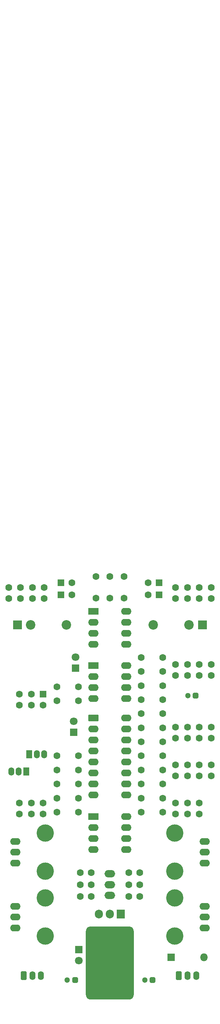
<source format=gbr>
%TF.GenerationSoftware,KiCad,Pcbnew,9.0.2*%
%TF.CreationDate,2025-07-31T20:58:52+10:00*%
%TF.ProjectId,Chorus,43686f72-7573-42e6-9b69-6361645f7063,1-0*%
%TF.SameCoordinates,Original*%
%TF.FileFunction,Soldermask,Top*%
%TF.FilePolarity,Negative*%
%FSLAX46Y46*%
G04 Gerber Fmt 4.6, Leading zero omitted, Abs format (unit mm)*
G04 Created by KiCad (PCBNEW 9.0.2) date 2025-07-31 20:58:52*
%MOMM*%
%LPD*%
G01*
G04 APERTURE LIST*
G04 Aperture macros list*
%AMRoundRect*
0 Rectangle with rounded corners*
0 $1 Rounding radius*
0 $2 $3 $4 $5 $6 $7 $8 $9 X,Y pos of 4 corners*
0 Add a 4 corners polygon primitive as box body*
4,1,4,$2,$3,$4,$5,$6,$7,$8,$9,$2,$3,0*
0 Add four circle primitives for the rounded corners*
1,1,$1+$1,$2,$3*
1,1,$1+$1,$4,$5*
1,1,$1+$1,$6,$7*
1,1,$1+$1,$8,$9*
0 Add four rect primitives between the rounded corners*
20,1,$1+$1,$2,$3,$4,$5,0*
20,1,$1+$1,$4,$5,$6,$7,0*
20,1,$1+$1,$6,$7,$8,$9,0*
20,1,$1+$1,$8,$9,$2,$3,0*%
%AMFreePoly0*
4,1,49,4.512206,8.544944,4.602918,8.544944,4.804799,8.504787,4.994967,8.426017,5.166113,8.311661,5.311661,8.166113,5.426017,7.994967,5.504787,7.804799,5.544944,7.602918,5.544944,7.512205,5.550000,7.500000,5.550000,-7.250000,5.544944,-7.262205,5.544944,-7.352918,5.504787,-7.554799,5.426017,-7.744967,5.311661,-7.916113,5.166113,-8.061661,4.994967,-8.176017,4.804799,-8.254787,
4.602918,-8.294944,4.512206,-8.294944,4.500000,-8.300000,-4.500000,-8.300000,-4.512206,-8.294944,-4.602918,-8.294944,-4.804799,-8.254787,-4.994967,-8.176017,-5.166113,-8.061661,-5.311661,-7.916113,-5.426017,-7.744967,-5.504787,-7.554799,-5.544944,-7.352918,-5.544944,-7.262205,-5.550000,-7.250000,-5.550000,7.500000,-5.544944,7.512205,-5.544944,7.602918,-5.504787,7.804799,-5.426017,7.994967,
-5.311661,8.166113,-5.166113,8.311661,-4.994967,8.426017,-4.804799,8.504787,-4.602918,8.544944,-4.512206,8.544944,-4.500000,8.550000,4.500000,8.550000,4.512206,8.544944,4.512206,8.544944,$1*%
G04 Aperture macros list end*
%ADD10C,1.600000*%
%ADD11R,1.350000X1.900000*%
%ADD12O,1.350000X1.900000*%
%ADD13R,2.000000X2.000000*%
%ADD14C,2.200000*%
%ADD15R,1.800000X1.800000*%
%ADD16C,1.800000*%
%ADD17RoundRect,0.250000X-0.550000X-0.550000X0.550000X-0.550000X0.550000X0.550000X-0.550000X0.550000X0*%
%ADD18C,3.500000*%
%ADD19FreePoly0,180.000000*%
%ADD20R,1.905000X2.000000*%
%ADD21O,1.905000X2.000000*%
%ADD22RoundRect,0.291666X-0.408334X-0.708334X0.408334X-0.708334X0.408334X0.708334X-0.408334X0.708334X0*%
%ADD23O,1.400000X2.000000*%
%ADD24R,2.400000X1.600000*%
%ADD25O,2.400000X1.600000*%
%ADD26C,4.000000*%
%ADD27O,1.800000X1.800000*%
%ADD28RoundRect,0.270833X0.379167X0.379167X-0.379167X0.379167X-0.379167X-0.379167X0.379167X-0.379167X0*%
%ADD29C,1.300000*%
%ADD30O,2.500000X1.700000*%
%ADD31RoundRect,0.250000X0.550000X0.550000X-0.550000X0.550000X-0.550000X-0.550000X0.550000X-0.550000X0*%
%ADD32RoundRect,0.250000X0.550000X-0.550000X0.550000X0.550000X-0.550000X0.550000X-0.550000X-0.550000X0*%
%ADD33RoundRect,0.250000X-0.950000X-0.550000X0.950000X-0.550000X0.950000X0.550000X-0.950000X0.550000X0*%
G04 APERTURE END LIST*
D10*
%TO.C,R24*%
X131750000Y-106130500D03*
X131750000Y-103590500D03*
%TD*%
D11*
%TO.C,Q2*%
X130600001Y-96390001D03*
D12*
X128830001Y-96390001D03*
X127100001Y-96390001D03*
%TD*%
D10*
%TO.C,R20*%
X156880500Y-125250000D03*
X154340500Y-125250000D03*
%TD*%
%TO.C,C15*%
X157250000Y-102500000D03*
X162250000Y-102500000D03*
%TD*%
%TO.C,C16*%
X142700001Y-105750000D03*
X137700001Y-105750000D03*
%TD*%
%TO.C,R10*%
X167999999Y-74130500D03*
X167999999Y-71590500D03*
%TD*%
D13*
%TO.C,J2*%
X171480000Y-62500000D03*
D14*
X168380000Y-62500000D03*
X160080000Y-62500000D03*
%TD*%
D10*
%TO.C,C12*%
X137700001Y-99250000D03*
X142700001Y-99250000D03*
%TD*%
D15*
%TO.C,C27*%
X142750000Y-137500000D03*
D16*
X142750000Y-140000000D03*
%TD*%
D10*
%TO.C,C14*%
X157250000Y-86250000D03*
X162250000Y-86250000D03*
%TD*%
%TO.C,C13*%
X157250000Y-83000000D03*
X162250000Y-83000000D03*
%TD*%
%TO.C,C5*%
X162250000Y-73250000D03*
X157250000Y-73250000D03*
%TD*%
%TO.C,D2*%
X158869500Y-52750000D03*
D17*
X161409500Y-52750000D03*
%TD*%
D10*
%TO.C,C6*%
X162250000Y-76500000D03*
X157250000Y-76500000D03*
%TD*%
%TO.C,R30*%
X170750000Y-97380500D03*
X170750000Y-94840500D03*
%TD*%
%TO.C,R4*%
X168000000Y-53869500D03*
X168000000Y-56409500D03*
%TD*%
D15*
%TO.C,C28*%
X141600000Y-87250000D03*
D16*
X141600000Y-84750000D03*
%TD*%
D10*
%TO.C,R7*%
X173500000Y-53869500D03*
X173500000Y-56409500D03*
%TD*%
D18*
%TO.C,U5*%
X150000000Y-145910000D03*
D19*
X150000000Y-140750000D03*
D20*
X152540000Y-129250000D03*
D21*
X150000000Y-129250000D03*
X147460000Y-129250000D03*
%TD*%
D10*
%TO.C,D1*%
X158869500Y-55500000D03*
D17*
X161409500Y-55500000D03*
%TD*%
D22*
%TO.C,J4*%
X166000000Y-143550000D03*
D23*
X168000000Y-143550000D03*
X170000000Y-143550000D03*
%TD*%
D10*
%TO.C,R16*%
X168000000Y-88630500D03*
X168000000Y-86090500D03*
%TD*%
%TO.C,R15*%
X165250000Y-88630500D03*
X165250000Y-86090500D03*
%TD*%
D22*
%TO.C,J3*%
X130000000Y-143550000D03*
D23*
X132000000Y-143550000D03*
X134000000Y-143550000D03*
%TD*%
D10*
%TO.C,C2*%
X150000000Y-56319500D03*
X150000000Y-51319500D03*
%TD*%
D13*
%TO.C,J1*%
X128520000Y-62500000D03*
D14*
X131620000Y-62500000D03*
X139920000Y-62500000D03*
%TD*%
D10*
%TO.C,C8*%
X162250000Y-79750000D03*
X157250000Y-79750000D03*
%TD*%
%TO.C,R29*%
X168000000Y-97380500D03*
X168000000Y-94840500D03*
%TD*%
%TO.C,R17*%
X170750000Y-88630500D03*
X170750000Y-86090500D03*
%TD*%
%TO.C,R28*%
X173500000Y-88630500D03*
X173500000Y-86090500D03*
%TD*%
D24*
%TO.C,U2*%
X146180000Y-71880000D03*
D25*
X146180000Y-74420000D03*
X146180000Y-76960000D03*
X146180000Y-79500000D03*
X153800000Y-79500000D03*
X153800000Y-76960000D03*
X153800000Y-74420000D03*
X153800000Y-71880000D03*
%TD*%
D10*
%TO.C,R2*%
X129250000Y-53869500D03*
X129250000Y-56409500D03*
%TD*%
%TO.C,R32*%
X165250000Y-106130500D03*
X165250000Y-103590500D03*
%TD*%
%TO.C,C1*%
X146750000Y-51319500D03*
X146750000Y-56319500D03*
%TD*%
D26*
%TO.C,RV1*%
X135000000Y-110600000D03*
X135000000Y-119400000D03*
D25*
X128000000Y-117500001D03*
X128000000Y-115000000D03*
X128000000Y-112499999D03*
%TD*%
D10*
%TO.C,C21*%
X162250000Y-92750000D03*
X157250000Y-92750000D03*
%TD*%
%TO.C,C20*%
X142700001Y-96000000D03*
X137700001Y-96000000D03*
%TD*%
%TO.C,R25*%
X129000000Y-106130500D03*
X129000000Y-103590500D03*
%TD*%
%TO.C,C9*%
X137700001Y-76750000D03*
X142700001Y-76750000D03*
%TD*%
D26*
%TO.C,RV3*%
X135000000Y-125600000D03*
X135000000Y-134400000D03*
D25*
X128000000Y-132500001D03*
X128000000Y-130000000D03*
X128000000Y-127499999D03*
%TD*%
D10*
%TO.C,R9*%
X165250000Y-74130500D03*
X165250000Y-71590500D03*
%TD*%
%TO.C,R31*%
X173500000Y-97380500D03*
X173500000Y-94840500D03*
%TD*%
D11*
%TO.C,Q1*%
X131230000Y-92360000D03*
D12*
X133000000Y-92360000D03*
X134730000Y-92360000D03*
%TD*%
D15*
%TO.C,D6*%
X164190000Y-139250000D03*
D27*
X171810000Y-139250000D03*
%TD*%
D10*
%TO.C,R33*%
X170750000Y-106130500D03*
X170750000Y-103590500D03*
%TD*%
%TO.C,C18*%
X157250000Y-89500000D03*
X162250000Y-89500000D03*
%TD*%
%TO.C,R27*%
X143119500Y-119750000D03*
X145659500Y-119750000D03*
%TD*%
%TO.C,R5*%
X165250000Y-53869500D03*
X165250000Y-56409500D03*
%TD*%
%TO.C,R22*%
X156880500Y-122500000D03*
X154340500Y-122500000D03*
%TD*%
%TO.C,C22*%
X162250000Y-105750000D03*
X157250000Y-105750000D03*
%TD*%
%TO.C,R14*%
X129000000Y-81000000D03*
X129000000Y-78460000D03*
%TD*%
%TO.C,C11*%
X137700001Y-92750000D03*
X142700001Y-92750000D03*
%TD*%
D28*
%TO.C,C7*%
X169900000Y-78800000D03*
D29*
X168100000Y-78800000D03*
%TD*%
D10*
%TO.C,R8*%
X134750000Y-53869500D03*
X134750000Y-56409500D03*
%TD*%
%TO.C,R18*%
X143119500Y-122500000D03*
X145659500Y-122500000D03*
%TD*%
%TO.C,C3*%
X153250000Y-51319500D03*
X153250000Y-56319500D03*
%TD*%
D24*
%TO.C,U3*%
X146190000Y-106750000D03*
D25*
X146190000Y-109290000D03*
X146190000Y-111830000D03*
X146190000Y-114370000D03*
X153810000Y-114370000D03*
X153810000Y-111830000D03*
X153810000Y-109290000D03*
X153810000Y-106750000D03*
%TD*%
D26*
%TO.C,RV4*%
X165000000Y-134400000D03*
X165000000Y-125600000D03*
D25*
X172000000Y-127499999D03*
X172000000Y-130000000D03*
X172000000Y-132500001D03*
%TD*%
D10*
%TO.C,C10*%
X137700001Y-80000000D03*
X142700001Y-80000000D03*
%TD*%
%TO.C,C25*%
X142700001Y-102500000D03*
X137700001Y-102500000D03*
%TD*%
D30*
%TO.C,SW1*%
X150000000Y-120000000D03*
X150000000Y-122500000D03*
X150000000Y-125000000D03*
%TD*%
D28*
%TO.C,C23*%
X159900000Y-144500000D03*
D29*
X158100000Y-144500000D03*
%TD*%
D10*
%TO.C,C4*%
X162250000Y-70000000D03*
X157250000Y-70000000D03*
%TD*%
%TO.C,C17*%
X157250000Y-99250000D03*
X162250000Y-99250000D03*
%TD*%
%TO.C,R21*%
X156880500Y-119750000D03*
X154340500Y-119750000D03*
%TD*%
%TO.C,D3*%
X141130500Y-52750000D03*
D31*
X138590500Y-52750000D03*
%TD*%
D10*
%TO.C,R1*%
X126500000Y-53869500D03*
X126500000Y-56409500D03*
%TD*%
%TO.C,R12*%
X173500000Y-74130500D03*
X173500000Y-71590500D03*
%TD*%
%TO.C,R11*%
X170749999Y-74130500D03*
X170749999Y-71590500D03*
%TD*%
%TO.C,R26*%
X165250000Y-97380500D03*
X165250000Y-94840500D03*
%TD*%
%TO.C,R6*%
X132000000Y-53869500D03*
X132000000Y-56409500D03*
%TD*%
D28*
%TO.C,C24*%
X141900000Y-144500000D03*
D29*
X140100000Y-144500000D03*
%TD*%
D10*
%TO.C,D4*%
X141130500Y-55500000D03*
D31*
X138590500Y-55500000D03*
%TD*%
D15*
%TO.C,C26*%
X142000000Y-72450000D03*
D16*
X142000000Y-69950000D03*
%TD*%
D10*
%TO.C,D5*%
X134500000Y-81000000D03*
D32*
X134500000Y-78460000D03*
%TD*%
D10*
%TO.C,R34*%
X168000000Y-106130500D03*
X168000000Y-103590500D03*
%TD*%
%TO.C,R23*%
X134500000Y-106130500D03*
X134500000Y-103590500D03*
%TD*%
D24*
%TO.C,U1*%
X146190000Y-59380000D03*
D25*
X146190000Y-61920000D03*
X146190000Y-64460000D03*
X146190000Y-67000000D03*
X153810000Y-67000000D03*
X153810000Y-64460000D03*
X153810000Y-61920000D03*
X153810000Y-59380000D03*
%TD*%
D10*
%TO.C,C19*%
X157250000Y-96000000D03*
X162250000Y-96000000D03*
%TD*%
%TO.C,R19*%
X143119500Y-125250000D03*
X145659500Y-125250000D03*
%TD*%
D33*
%TO.C,U4*%
X146190000Y-83970000D03*
D25*
X146190000Y-86510000D03*
X146190000Y-89050000D03*
X146190000Y-91590000D03*
X146190000Y-94130000D03*
X146190000Y-96670000D03*
X146190000Y-99210000D03*
X146190000Y-101750000D03*
X153810000Y-101750000D03*
X153810000Y-99210000D03*
X153810000Y-96670000D03*
X153810000Y-94130000D03*
X153810000Y-91590000D03*
X153810000Y-89050000D03*
X153810000Y-86510000D03*
X153810000Y-83970000D03*
%TD*%
D10*
%TO.C,R3*%
X170750000Y-53869500D03*
X170750000Y-56409500D03*
%TD*%
%TO.C,R13*%
X131750000Y-81000000D03*
X131750000Y-78460000D03*
%TD*%
D26*
%TO.C,RV2*%
X165000000Y-119400000D03*
X165000000Y-110600000D03*
D25*
X172000000Y-112499999D03*
X172000000Y-115000000D03*
X172000000Y-117500001D03*
%TD*%
M02*

</source>
